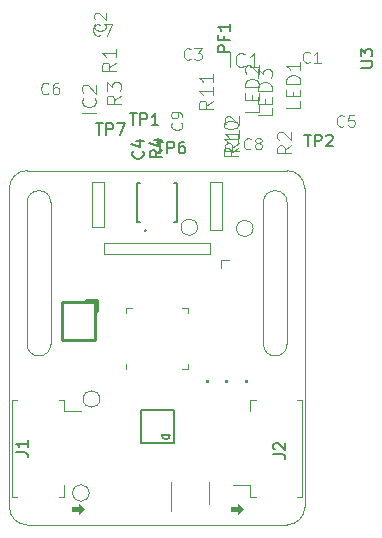
<source format=gbr>
G04 #@! TF.GenerationSoftware,KiCad,Pcbnew,5.1.2*
G04 #@! TF.CreationDate,2019-06-13T14:37:42+02:00*
G04 #@! TF.ProjectId,BodyTempUnit-e7,426f6479-5465-46d7-9055-6e69742d6537,rev?*
G04 #@! TF.SameCoordinates,Original*
G04 #@! TF.FileFunction,Legend,Top*
G04 #@! TF.FilePolarity,Positive*
%FSLAX46Y46*%
G04 Gerber Fmt 4.6, Leading zero omitted, Abs format (unit mm)*
G04 Created by KiCad (PCBNEW 5.1.2) date 2019-06-13 14:37:42*
%MOMM*%
%LPD*%
G04 APERTURE LIST*
%ADD10C,0.100000*%
%ADD11C,0.050000*%
%ADD12C,0.120000*%
%ADD13C,0.250000*%
%ADD14C,0.150000*%
%ADD15C,0.152400*%
%ADD16C,0.203200*%
%ADD17C,0.101600*%
%ADD18C,0.081280*%
G04 APERTURE END LIST*
D10*
G36*
X84750000Y-133650000D02*
G01*
X84350000Y-134050000D01*
X84350000Y-133850000D01*
X83750000Y-133850000D01*
X83750000Y-133450000D01*
X84350000Y-133450000D01*
X84350000Y-133250000D01*
X84750000Y-133650000D01*
G37*
X84750000Y-133650000D02*
X84350000Y-134050000D01*
X84350000Y-133850000D01*
X83750000Y-133850000D01*
X83750000Y-133450000D01*
X84350000Y-133450000D01*
X84350000Y-133250000D01*
X84750000Y-133650000D01*
G36*
X71325000Y-133650000D02*
G01*
X70925000Y-134050000D01*
X70925000Y-133850000D01*
X70325000Y-133850000D01*
X70325000Y-133450000D01*
X70925000Y-133450000D01*
X70925000Y-133250000D01*
X71325000Y-133650000D01*
G37*
X71325000Y-133650000D02*
X70925000Y-134050000D01*
X70925000Y-133850000D01*
X70325000Y-133850000D01*
X70325000Y-133450000D01*
X70925000Y-133450000D01*
X70925000Y-133250000D01*
X71325000Y-133650000D01*
D11*
X88505000Y-135000033D02*
G75*
G03X90005000Y-133510000I0J1500033D01*
G01*
X64998200Y-133501400D02*
G75*
G03X66498200Y-135001400I1500000J0D01*
G01*
X82000000Y-112100000D02*
X82000000Y-111100000D01*
X73000000Y-112100000D02*
X73000000Y-111100000D01*
X72000000Y-109800000D02*
X73000000Y-109800000D01*
X82000000Y-110000000D02*
X83000000Y-110000000D01*
X83000000Y-106000000D02*
X83000000Y-110000000D01*
X82000000Y-106000000D02*
X83000000Y-106000000D01*
X82000000Y-106000000D02*
X82000000Y-110000000D01*
X72000000Y-106000000D02*
X72000000Y-109800000D01*
X73000000Y-106000000D02*
X72000000Y-106000000D01*
X73000000Y-109800000D02*
X73000000Y-106000000D01*
X82000000Y-112100000D02*
X73000000Y-112100000D01*
X66500000Y-105000000D02*
G75*
G03X65000000Y-106500000I0J-1500000D01*
G01*
X90000000Y-106500000D02*
G75*
G03X88500000Y-105000000I-1500000J0D01*
G01*
X90000000Y-106500000D02*
X90005000Y-133510000D01*
X65001100Y-106500000D02*
X64999600Y-133501400D01*
X66500000Y-105000000D02*
X88500000Y-105000000D01*
X88500000Y-107700000D02*
X88500000Y-119700000D01*
X86500000Y-119700000D02*
X86500000Y-107700000D01*
X88500000Y-119700000D02*
G75*
G02X86500000Y-119700000I-1000000J0D01*
G01*
X86500000Y-107700000D02*
G75*
G02X88500000Y-107700000I1000000J0D01*
G01*
X68500000Y-107700000D02*
X68500000Y-119700000D01*
X66500000Y-107700000D02*
G75*
G02X68500000Y-107700000I1000000J0D01*
G01*
X68500000Y-119700000D02*
G75*
G02X66500000Y-119700000I-1000000J0D01*
G01*
X66500000Y-119700000D02*
X66500000Y-107700000D01*
X73000000Y-111100000D02*
X82000000Y-111100000D01*
X88505000Y-135000000D02*
X66498200Y-135000000D01*
D12*
X72650000Y-124350000D02*
G75*
G03X72650000Y-124350000I-700000J0D01*
G01*
D13*
X71476100Y-115983600D02*
X71476100Y-115958600D01*
X72351100Y-115983600D02*
X71476100Y-115983600D01*
X72351100Y-116858600D02*
X72351100Y-115983600D01*
X72376100Y-116858600D02*
X72351100Y-116858600D01*
X69476100Y-116108600D02*
X72226100Y-116108600D01*
X69476100Y-119358600D02*
X69476100Y-116108600D01*
X72226100Y-119358600D02*
X69476100Y-119358600D01*
X72226100Y-116108600D02*
X72226100Y-119358600D01*
X72376100Y-115958600D02*
X71476100Y-115958600D01*
X72376100Y-116858600D02*
X72376100Y-115958600D01*
D12*
X74891100Y-121368600D02*
X74891100Y-121843600D01*
X80111100Y-116623600D02*
X79636100Y-116623600D01*
X80111100Y-117098600D02*
X80111100Y-116623600D01*
X80111100Y-121843600D02*
X79636100Y-121843600D01*
X80111100Y-121368600D02*
X80111100Y-121843600D01*
X74891100Y-116623600D02*
X75366100Y-116623600D01*
X74891100Y-117098600D02*
X74891100Y-116623600D01*
X80925000Y-109800000D02*
G75*
G03X80925000Y-109800000I-700000J0D01*
G01*
X85625000Y-109900000D02*
G75*
G03X85625000Y-109900000I-700000J0D01*
G01*
X71750000Y-132300000D02*
G75*
G03X71750000Y-132300000I-700000J0D01*
G01*
D14*
G36*
X81889500Y-122715000D02*
G01*
X81639500Y-122715000D01*
X81639500Y-122965000D01*
X81889500Y-122965000D01*
X81889500Y-122715000D01*
G37*
D12*
X89810000Y-124390000D02*
X89360000Y-124390000D01*
X89810000Y-132610000D02*
X89810000Y-124390000D01*
X89360000Y-132610000D02*
X89810000Y-132610000D01*
X85390000Y-124390000D02*
X85390000Y-125340000D01*
X85840000Y-124390000D02*
X85390000Y-124390000D01*
X85390000Y-131660000D02*
X83900000Y-131660000D01*
X85390000Y-132610000D02*
X85390000Y-131660000D01*
X85840000Y-132610000D02*
X85390000Y-132610000D01*
X65190000Y-132610000D02*
X65640000Y-132610000D01*
X65190000Y-124390000D02*
X65190000Y-132610000D01*
X65640000Y-124390000D02*
X65190000Y-124390000D01*
X69610000Y-132610000D02*
X69610000Y-131660000D01*
X69160000Y-132610000D02*
X69610000Y-132610000D01*
X69610000Y-125340000D02*
X71100000Y-125340000D01*
X69610000Y-124390000D02*
X69610000Y-125340000D01*
X69160000Y-124390000D02*
X69610000Y-124390000D01*
D15*
X76509400Y-110011400D02*
G75*
G03X76509400Y-110163800I0J-76200D01*
G01*
X76509400Y-110163800D02*
G75*
G03X76509400Y-110011400I0J76200D01*
G01*
X76026800Y-106023600D02*
X75823600Y-106023600D01*
X78973200Y-109376400D02*
X79176400Y-109376400D01*
X75823600Y-109376400D02*
X76026800Y-109376400D01*
X75823600Y-106023600D02*
X75823600Y-109376400D01*
X79176400Y-106023600D02*
X78973200Y-106023600D01*
X79176400Y-109376400D02*
X79176400Y-106023600D01*
D12*
X82930000Y-113230000D02*
X82930000Y-112595000D01*
X82930000Y-112595000D02*
X83565000Y-112595000D01*
D14*
G36*
X83489000Y-122715000D02*
G01*
X83239000Y-122715000D01*
X83239000Y-122965000D01*
X83489000Y-122965000D01*
X83489000Y-122715000D01*
G37*
D12*
X78715000Y-131400000D02*
X78715000Y-133850000D01*
X81935000Y-133200000D02*
X81935000Y-131400000D01*
D16*
X77900000Y-127400000D02*
X78600000Y-127400000D01*
X77900000Y-127400000D02*
G75*
G03X78600000Y-127400000I350000J0D01*
G01*
X78900000Y-128100000D02*
X76100000Y-128100000D01*
X78900000Y-125300000D02*
X78900000Y-128100000D01*
X76100000Y-125300000D02*
X78900000Y-125300000D01*
X76100000Y-128100000D02*
X76100000Y-125300000D01*
D14*
G36*
X85190000Y-122715000D02*
G01*
X84940000Y-122715000D01*
X84940000Y-122965000D01*
X85190000Y-122965000D01*
X85190000Y-122715000D01*
G37*
X72313095Y-101002380D02*
X72884523Y-101002380D01*
X72598809Y-102002380D02*
X72598809Y-101002380D01*
X73217857Y-102002380D02*
X73217857Y-101002380D01*
X73598809Y-101002380D01*
X73694047Y-101050000D01*
X73741666Y-101097619D01*
X73789285Y-101192857D01*
X73789285Y-101335714D01*
X73741666Y-101430952D01*
X73694047Y-101478571D01*
X73598809Y-101526190D01*
X73217857Y-101526190D01*
X74122619Y-101002380D02*
X74789285Y-101002380D01*
X74360714Y-102002380D01*
D17*
X72342547Y-100146698D02*
X71136047Y-100146698D01*
X72227642Y-98882745D02*
X72285095Y-98940198D01*
X72342547Y-99112555D01*
X72342547Y-99227460D01*
X72285095Y-99399817D01*
X72170190Y-99514721D01*
X72055285Y-99572174D01*
X71825476Y-99629626D01*
X71653119Y-99629626D01*
X71423309Y-99572174D01*
X71308404Y-99514721D01*
X71193500Y-99399817D01*
X71136047Y-99227460D01*
X71136047Y-99112555D01*
X71193500Y-98940198D01*
X71250952Y-98882745D01*
X71250952Y-98423126D02*
X71193500Y-98365674D01*
X71136047Y-98250769D01*
X71136047Y-97963507D01*
X71193500Y-97848602D01*
X71250952Y-97791150D01*
X71365857Y-97733698D01*
X71480761Y-97733698D01*
X71653119Y-97791150D01*
X72342547Y-98480579D01*
X72342547Y-97733698D01*
D14*
X77463095Y-102552380D02*
X78034523Y-102552380D01*
X77748809Y-103552380D02*
X77748809Y-102552380D01*
X78367857Y-103552380D02*
X78367857Y-102552380D01*
X78748809Y-102552380D01*
X78844047Y-102600000D01*
X78891666Y-102647619D01*
X78939285Y-102742857D01*
X78939285Y-102885714D01*
X78891666Y-102980952D01*
X78844047Y-103028571D01*
X78748809Y-103076190D01*
X78367857Y-103076190D01*
X79796428Y-102552380D02*
X79605952Y-102552380D01*
X79510714Y-102600000D01*
X79463095Y-102647619D01*
X79367857Y-102790476D01*
X79320238Y-102980952D01*
X79320238Y-103361904D01*
X79367857Y-103457142D01*
X79415476Y-103504761D01*
X79510714Y-103552380D01*
X79701190Y-103552380D01*
X79796428Y-103504761D01*
X79844047Y-103457142D01*
X79891666Y-103361904D01*
X79891666Y-103123809D01*
X79844047Y-103028571D01*
X79796428Y-102980952D01*
X79701190Y-102933333D01*
X79510714Y-102933333D01*
X79415476Y-102980952D01*
X79367857Y-103028571D01*
X79320238Y-103123809D01*
X77877380Y-103266666D02*
X77401190Y-103600000D01*
X77877380Y-103838095D02*
X76877380Y-103838095D01*
X76877380Y-103457142D01*
X76925000Y-103361904D01*
X76972619Y-103314285D01*
X77067857Y-103266666D01*
X77210714Y-103266666D01*
X77305952Y-103314285D01*
X77353571Y-103361904D01*
X77401190Y-103457142D01*
X77401190Y-103838095D01*
X77210714Y-102409523D02*
X77877380Y-102409523D01*
X76829761Y-102647619D02*
X77544047Y-102885714D01*
X77544047Y-102266666D01*
X76282142Y-103366666D02*
X76329761Y-103414285D01*
X76377380Y-103557142D01*
X76377380Y-103652380D01*
X76329761Y-103795238D01*
X76234523Y-103890476D01*
X76139285Y-103938095D01*
X75948809Y-103985714D01*
X75805952Y-103985714D01*
X75615476Y-103938095D01*
X75520238Y-103890476D01*
X75425000Y-103795238D01*
X75377380Y-103652380D01*
X75377380Y-103557142D01*
X75425000Y-103414285D01*
X75472619Y-103366666D01*
X75710714Y-102509523D02*
X76377380Y-102509523D01*
X75329761Y-102747619D02*
X76044047Y-102985714D01*
X76044047Y-102366666D01*
X89963095Y-101952380D02*
X90534523Y-101952380D01*
X90248809Y-102952380D02*
X90248809Y-101952380D01*
X90867857Y-102952380D02*
X90867857Y-101952380D01*
X91248809Y-101952380D01*
X91344047Y-102000000D01*
X91391666Y-102047619D01*
X91439285Y-102142857D01*
X91439285Y-102285714D01*
X91391666Y-102380952D01*
X91344047Y-102428571D01*
X91248809Y-102476190D01*
X90867857Y-102476190D01*
X91820238Y-102047619D02*
X91867857Y-102000000D01*
X91963095Y-101952380D01*
X92201190Y-101952380D01*
X92296428Y-102000000D01*
X92344047Y-102047619D01*
X92391666Y-102142857D01*
X92391666Y-102238095D01*
X92344047Y-102380952D01*
X91772619Y-102952380D01*
X92391666Y-102952380D01*
X75188095Y-100152380D02*
X75759523Y-100152380D01*
X75473809Y-101152380D02*
X75473809Y-100152380D01*
X76092857Y-101152380D02*
X76092857Y-100152380D01*
X76473809Y-100152380D01*
X76569047Y-100200000D01*
X76616666Y-100247619D01*
X76664285Y-100342857D01*
X76664285Y-100485714D01*
X76616666Y-100580952D01*
X76569047Y-100628571D01*
X76473809Y-100676190D01*
X76092857Y-100676190D01*
X77616666Y-101152380D02*
X77045238Y-101152380D01*
X77330952Y-101152380D02*
X77330952Y-100152380D01*
X77235714Y-100295238D01*
X77140476Y-100390476D01*
X77045238Y-100438095D01*
D17*
X86142547Y-99428087D02*
X86142547Y-100002611D01*
X84936047Y-100002611D01*
X85510571Y-99025920D02*
X85510571Y-98623754D01*
X86142547Y-98451397D02*
X86142547Y-99025920D01*
X84936047Y-99025920D01*
X84936047Y-98451397D01*
X86142547Y-97934325D02*
X84936047Y-97934325D01*
X84936047Y-97647063D01*
X84993500Y-97474706D01*
X85108404Y-97359801D01*
X85223309Y-97302349D01*
X85453119Y-97244897D01*
X85625476Y-97244897D01*
X85855285Y-97302349D01*
X85970190Y-97359801D01*
X86085095Y-97474706D01*
X86142547Y-97647063D01*
X86142547Y-97934325D01*
X85050952Y-96785278D02*
X84993500Y-96727825D01*
X84936047Y-96612920D01*
X84936047Y-96325659D01*
X84993500Y-96210754D01*
X85050952Y-96153301D01*
X85165857Y-96095849D01*
X85280761Y-96095849D01*
X85453119Y-96153301D01*
X86142547Y-96842730D01*
X86142547Y-96095849D01*
D14*
X87352380Y-129033333D02*
X88066666Y-129033333D01*
X88209523Y-129080952D01*
X88304761Y-129176190D01*
X88352380Y-129319047D01*
X88352380Y-129414285D01*
X87447619Y-128604761D02*
X87400000Y-128557142D01*
X87352380Y-128461904D01*
X87352380Y-128223809D01*
X87400000Y-128128571D01*
X87447619Y-128080952D01*
X87542857Y-128033333D01*
X87638095Y-128033333D01*
X87780952Y-128080952D01*
X88352380Y-128652380D01*
X88352380Y-128033333D01*
X65552380Y-128833333D02*
X66266666Y-128833333D01*
X66409523Y-128880952D01*
X66504761Y-128976190D01*
X66552380Y-129119047D01*
X66552380Y-129214285D01*
X66552380Y-127833333D02*
X66552380Y-128404761D01*
X66552380Y-128119047D02*
X65552380Y-128119047D01*
X65695238Y-128214285D01*
X65790476Y-128309523D01*
X65838095Y-128404761D01*
D17*
X74042547Y-95857269D02*
X73468023Y-96259436D01*
X74042547Y-96546698D02*
X72836047Y-96546698D01*
X72836047Y-96087079D01*
X72893500Y-95972174D01*
X72950952Y-95914721D01*
X73065857Y-95857269D01*
X73238214Y-95857269D01*
X73353119Y-95914721D01*
X73410571Y-95972174D01*
X73468023Y-96087079D01*
X73468023Y-96546698D01*
X74042547Y-94708221D02*
X74042547Y-95397650D01*
X74042547Y-95052936D02*
X72836047Y-95052936D01*
X73008404Y-95167840D01*
X73123309Y-95282745D01*
X73180761Y-95397650D01*
D14*
X83652380Y-94966666D02*
X82652380Y-94966666D01*
X82652380Y-94585714D01*
X82700000Y-94490476D01*
X82747619Y-94442857D01*
X82842857Y-94395238D01*
X82985714Y-94395238D01*
X83080952Y-94442857D01*
X83128571Y-94490476D01*
X83176190Y-94585714D01*
X83176190Y-94966666D01*
X83128571Y-93633333D02*
X83128571Y-93966666D01*
X83652380Y-93966666D02*
X82652380Y-93966666D01*
X82652380Y-93490476D01*
X83652380Y-92585714D02*
X83652380Y-93157142D01*
X83652380Y-92871428D02*
X82652380Y-92871428D01*
X82795238Y-92966666D01*
X82890476Y-93061904D01*
X82938095Y-93157142D01*
D17*
X87242547Y-99728087D02*
X87242547Y-100302611D01*
X86036047Y-100302611D01*
X86610571Y-99325920D02*
X86610571Y-98923754D01*
X87242547Y-98751397D02*
X87242547Y-99325920D01*
X86036047Y-99325920D01*
X86036047Y-98751397D01*
X87242547Y-98234325D02*
X86036047Y-98234325D01*
X86036047Y-97947063D01*
X86093500Y-97774706D01*
X86208404Y-97659801D01*
X86323309Y-97602349D01*
X86553119Y-97544897D01*
X86725476Y-97544897D01*
X86955285Y-97602349D01*
X87070190Y-97659801D01*
X87185095Y-97774706D01*
X87242547Y-97947063D01*
X87242547Y-98234325D01*
X86036047Y-97142730D02*
X86036047Y-96395849D01*
X86495666Y-96798016D01*
X86495666Y-96625659D01*
X86553119Y-96510754D01*
X86610571Y-96453301D01*
X86725476Y-96395849D01*
X87012738Y-96395849D01*
X87127642Y-96453301D01*
X87185095Y-96510754D01*
X87242547Y-96625659D01*
X87242547Y-96970373D01*
X87185095Y-97085278D01*
X87127642Y-97142730D01*
D18*
X79552314Y-100955917D02*
X79598276Y-101001879D01*
X79644238Y-101139765D01*
X79644238Y-101231689D01*
X79598276Y-101369574D01*
X79506352Y-101461498D01*
X79414428Y-101507460D01*
X79230580Y-101553422D01*
X79092695Y-101553422D01*
X78908847Y-101507460D01*
X78816923Y-101461498D01*
X78725000Y-101369574D01*
X78679038Y-101231689D01*
X78679038Y-101139765D01*
X78725000Y-101001879D01*
X78770961Y-100955917D01*
X79644238Y-100496298D02*
X79644238Y-100312451D01*
X79598276Y-100220527D01*
X79552314Y-100174565D01*
X79414428Y-100082641D01*
X79230580Y-100036679D01*
X78862885Y-100036679D01*
X78770961Y-100082641D01*
X78725000Y-100128603D01*
X78679038Y-100220527D01*
X78679038Y-100404374D01*
X78725000Y-100496298D01*
X78770961Y-100542260D01*
X78862885Y-100588222D01*
X79092695Y-100588222D01*
X79184619Y-100542260D01*
X79230580Y-100496298D01*
X79276542Y-100404374D01*
X79276542Y-100220527D01*
X79230580Y-100128603D01*
X79184619Y-100082641D01*
X79092695Y-100036679D01*
X93321184Y-101185314D02*
X93275222Y-101231276D01*
X93137336Y-101277238D01*
X93045412Y-101277238D01*
X92907527Y-101231276D01*
X92815603Y-101139352D01*
X92769641Y-101047428D01*
X92723679Y-100863580D01*
X92723679Y-100725695D01*
X92769641Y-100541847D01*
X92815603Y-100449923D01*
X92907527Y-100358000D01*
X93045412Y-100312038D01*
X93137336Y-100312038D01*
X93275222Y-100358000D01*
X93321184Y-100403961D01*
X94194460Y-100312038D02*
X93734841Y-100312038D01*
X93688879Y-100771657D01*
X93734841Y-100725695D01*
X93826765Y-100679733D01*
X94056574Y-100679733D01*
X94148498Y-100725695D01*
X94194460Y-100771657D01*
X94240422Y-100863580D01*
X94240422Y-101093390D01*
X94194460Y-101185314D01*
X94148498Y-101231276D01*
X94056574Y-101277238D01*
X93826765Y-101277238D01*
X93734841Y-101231276D01*
X93688879Y-101185314D01*
D14*
X94729380Y-96281904D02*
X95538904Y-96281904D01*
X95634142Y-96234285D01*
X95681761Y-96186666D01*
X95729380Y-96091428D01*
X95729380Y-95900952D01*
X95681761Y-95805714D01*
X95634142Y-95758095D01*
X95538904Y-95710476D01*
X94729380Y-95710476D01*
X94729380Y-95329523D02*
X94729380Y-94710476D01*
X95110333Y-95043809D01*
X95110333Y-94900952D01*
X95157952Y-94805714D01*
X95205571Y-94758095D01*
X95300809Y-94710476D01*
X95538904Y-94710476D01*
X95634142Y-94758095D01*
X95681761Y-94805714D01*
X95729380Y-94900952D01*
X95729380Y-95186666D01*
X95681761Y-95281904D01*
X95634142Y-95329523D01*
D17*
X83641150Y-96242547D02*
X83641150Y-95036047D01*
X84905102Y-96127642D02*
X84847650Y-96185095D01*
X84675293Y-96242547D01*
X84560388Y-96242547D01*
X84388031Y-96185095D01*
X84273126Y-96070190D01*
X84215674Y-95955285D01*
X84158221Y-95725476D01*
X84158221Y-95553119D01*
X84215674Y-95323309D01*
X84273126Y-95208404D01*
X84388031Y-95093500D01*
X84560388Y-95036047D01*
X84675293Y-95036047D01*
X84847650Y-95093500D01*
X84905102Y-95150952D01*
X86054150Y-96242547D02*
X85364721Y-96242547D01*
X85709436Y-96242547D02*
X85709436Y-95036047D01*
X85594531Y-95208404D01*
X85479626Y-95323309D01*
X85364721Y-95380761D01*
D18*
X90431082Y-95798114D02*
X90385120Y-95844076D01*
X90247234Y-95890038D01*
X90155310Y-95890038D01*
X90017425Y-95844076D01*
X89925501Y-95752152D01*
X89879539Y-95660228D01*
X89833577Y-95476380D01*
X89833577Y-95338495D01*
X89879539Y-95154647D01*
X89925501Y-95062723D01*
X90017425Y-94970800D01*
X90155310Y-94924838D01*
X90247234Y-94924838D01*
X90385120Y-94970800D01*
X90431082Y-95016761D01*
X91350320Y-95890038D02*
X90798777Y-95890038D01*
X91074548Y-95890038D02*
X91074548Y-94924838D01*
X90982625Y-95062723D01*
X90890701Y-95154647D01*
X90798777Y-95200609D01*
X73062114Y-92565815D02*
X73108076Y-92611777D01*
X73154038Y-92749663D01*
X73154038Y-92841587D01*
X73108076Y-92979472D01*
X73016152Y-93071396D01*
X72924228Y-93117358D01*
X72740380Y-93163320D01*
X72602495Y-93163320D01*
X72418647Y-93117358D01*
X72326723Y-93071396D01*
X72234800Y-92979472D01*
X72188838Y-92841587D01*
X72188838Y-92749663D01*
X72234800Y-92611777D01*
X72280761Y-92565815D01*
X72280761Y-92198120D02*
X72234800Y-92152158D01*
X72188838Y-92060234D01*
X72188838Y-91830425D01*
X72234800Y-91738501D01*
X72280761Y-91692539D01*
X72372685Y-91646577D01*
X72464609Y-91646577D01*
X72602495Y-91692539D01*
X73154038Y-92244082D01*
X73154038Y-91646577D01*
X80344082Y-95527314D02*
X80298120Y-95573276D01*
X80160234Y-95619238D01*
X80068310Y-95619238D01*
X79930425Y-95573276D01*
X79838501Y-95481352D01*
X79792539Y-95389428D01*
X79746577Y-95205580D01*
X79746577Y-95067695D01*
X79792539Y-94883847D01*
X79838501Y-94791923D01*
X79930425Y-94700000D01*
X80068310Y-94654038D01*
X80160234Y-94654038D01*
X80298120Y-94700000D01*
X80344082Y-94745961D01*
X80665815Y-94654038D02*
X81263320Y-94654038D01*
X80941587Y-95021733D01*
X81079472Y-95021733D01*
X81171396Y-95067695D01*
X81217358Y-95113657D01*
X81263320Y-95205580D01*
X81263320Y-95435390D01*
X81217358Y-95527314D01*
X81171396Y-95573276D01*
X81079472Y-95619238D01*
X80803701Y-95619238D01*
X80711777Y-95573276D01*
X80665815Y-95527314D01*
D17*
X88874047Y-102857269D02*
X88299523Y-103259436D01*
X88874047Y-103546698D02*
X87667547Y-103546698D01*
X87667547Y-103087079D01*
X87725000Y-102972174D01*
X87782452Y-102914721D01*
X87897357Y-102857269D01*
X88069714Y-102857269D01*
X88184619Y-102914721D01*
X88242071Y-102972174D01*
X88299523Y-103087079D01*
X88299523Y-103546698D01*
X87782452Y-102397650D02*
X87725000Y-102340198D01*
X87667547Y-102225293D01*
X87667547Y-101938031D01*
X87725000Y-101823126D01*
X87782452Y-101765674D01*
X87897357Y-101708221D01*
X88012261Y-101708221D01*
X88184619Y-101765674D01*
X88874047Y-102455102D01*
X88874047Y-101708221D01*
X74442547Y-98657269D02*
X73868023Y-99059436D01*
X74442547Y-99346698D02*
X73236047Y-99346698D01*
X73236047Y-98887079D01*
X73293500Y-98772174D01*
X73350952Y-98714721D01*
X73465857Y-98657269D01*
X73638214Y-98657269D01*
X73753119Y-98714721D01*
X73810571Y-98772174D01*
X73868023Y-98887079D01*
X73868023Y-99346698D01*
X73236047Y-98255102D02*
X73236047Y-97508221D01*
X73695666Y-97910388D01*
X73695666Y-97738031D01*
X73753119Y-97623126D01*
X73810571Y-97565674D01*
X73925476Y-97508221D01*
X74212738Y-97508221D01*
X74327642Y-97565674D01*
X74385095Y-97623126D01*
X74442547Y-97738031D01*
X74442547Y-98082745D01*
X74385095Y-98197650D01*
X74327642Y-98255102D01*
D18*
X68283084Y-98453514D02*
X68237122Y-98499476D01*
X68099236Y-98545438D01*
X68007312Y-98545438D01*
X67869427Y-98499476D01*
X67777503Y-98407552D01*
X67731541Y-98315628D01*
X67685579Y-98131780D01*
X67685579Y-97993895D01*
X67731541Y-97810047D01*
X67777503Y-97718123D01*
X67869427Y-97626200D01*
X68007312Y-97580238D01*
X68099236Y-97580238D01*
X68237122Y-97626200D01*
X68283084Y-97672161D01*
X69110398Y-97580238D02*
X68926551Y-97580238D01*
X68834627Y-97626200D01*
X68788665Y-97672161D01*
X68696741Y-97810047D01*
X68650779Y-97993895D01*
X68650779Y-98361590D01*
X68696741Y-98453514D01*
X68742703Y-98499476D01*
X68834627Y-98545438D01*
X69018474Y-98545438D01*
X69110398Y-98499476D01*
X69156360Y-98453514D01*
X69202322Y-98361590D01*
X69202322Y-98131780D01*
X69156360Y-98039857D01*
X69110398Y-97993895D01*
X69018474Y-97947933D01*
X68834627Y-97947933D01*
X68742703Y-97993895D01*
X68696741Y-98039857D01*
X68650779Y-98131780D01*
X72708084Y-93487114D02*
X72662122Y-93533076D01*
X72524236Y-93579038D01*
X72432312Y-93579038D01*
X72294427Y-93533076D01*
X72202503Y-93441152D01*
X72156541Y-93349228D01*
X72110579Y-93165380D01*
X72110579Y-93027495D01*
X72156541Y-92843647D01*
X72202503Y-92751723D01*
X72294427Y-92659800D01*
X72432312Y-92613838D01*
X72524236Y-92613838D01*
X72662122Y-92659800D01*
X72708084Y-92705761D01*
X73029817Y-92613838D02*
X73673284Y-92613838D01*
X73259627Y-93579038D01*
X85434184Y-103127314D02*
X85388222Y-103173276D01*
X85250336Y-103219238D01*
X85158412Y-103219238D01*
X85020527Y-103173276D01*
X84928603Y-103081352D01*
X84882641Y-102989428D01*
X84836679Y-102805580D01*
X84836679Y-102667695D01*
X84882641Y-102483847D01*
X84928603Y-102391923D01*
X85020527Y-102300000D01*
X85158412Y-102254038D01*
X85250336Y-102254038D01*
X85388222Y-102300000D01*
X85434184Y-102345961D01*
X85985727Y-102667695D02*
X85893803Y-102621733D01*
X85847841Y-102575771D01*
X85801879Y-102483847D01*
X85801879Y-102437885D01*
X85847841Y-102345961D01*
X85893803Y-102300000D01*
X85985727Y-102254038D01*
X86169574Y-102254038D01*
X86261498Y-102300000D01*
X86307460Y-102345961D01*
X86353422Y-102437885D01*
X86353422Y-102483847D01*
X86307460Y-102575771D01*
X86261498Y-102621733D01*
X86169574Y-102667695D01*
X85985727Y-102667695D01*
X85893803Y-102713657D01*
X85847841Y-102759619D01*
X85801879Y-102851542D01*
X85801879Y-103035390D01*
X85847841Y-103127314D01*
X85893803Y-103173276D01*
X85985727Y-103219238D01*
X86169574Y-103219238D01*
X86261498Y-103173276D01*
X86307460Y-103127314D01*
X86353422Y-103035390D01*
X86353422Y-102851542D01*
X86307460Y-102759619D01*
X86261498Y-102713657D01*
X86169574Y-102667695D01*
D17*
X82242547Y-99093944D02*
X81668023Y-99496111D01*
X82242547Y-99783373D02*
X81036047Y-99783373D01*
X81036047Y-99323754D01*
X81093500Y-99208849D01*
X81150952Y-99151397D01*
X81265857Y-99093944D01*
X81438214Y-99093944D01*
X81553119Y-99151397D01*
X81610571Y-99208849D01*
X81668023Y-99323754D01*
X81668023Y-99783373D01*
X82242547Y-97944897D02*
X82242547Y-98634325D01*
X82242547Y-98289611D02*
X81036047Y-98289611D01*
X81208404Y-98404516D01*
X81323309Y-98519420D01*
X81380761Y-98634325D01*
X82242547Y-96795849D02*
X82242547Y-97485278D01*
X82242547Y-97140563D02*
X81036047Y-97140563D01*
X81208404Y-97255468D01*
X81323309Y-97370373D01*
X81380761Y-97485278D01*
X89642547Y-99128087D02*
X89642547Y-99702611D01*
X88436047Y-99702611D01*
X89010571Y-98725920D02*
X89010571Y-98323754D01*
X89642547Y-98151397D02*
X89642547Y-98725920D01*
X88436047Y-98725920D01*
X88436047Y-98151397D01*
X89642547Y-97634325D02*
X88436047Y-97634325D01*
X88436047Y-97347063D01*
X88493500Y-97174706D01*
X88608404Y-97059801D01*
X88723309Y-97002349D01*
X88953119Y-96944897D01*
X89125476Y-96944897D01*
X89355285Y-97002349D01*
X89470190Y-97059801D01*
X89585095Y-97174706D01*
X89642547Y-97347063D01*
X89642547Y-97634325D01*
X89642547Y-95795849D02*
X89642547Y-96485278D01*
X89642547Y-96140563D02*
X88436047Y-96140563D01*
X88608404Y-96255468D01*
X88723309Y-96370373D01*
X88780761Y-96485278D01*
X84342547Y-103093944D02*
X83768023Y-103496111D01*
X84342547Y-103783373D02*
X83136047Y-103783373D01*
X83136047Y-103323754D01*
X83193500Y-103208849D01*
X83250952Y-103151397D01*
X83365857Y-103093944D01*
X83538214Y-103093944D01*
X83653119Y-103151397D01*
X83710571Y-103208849D01*
X83768023Y-103323754D01*
X83768023Y-103783373D01*
X84342547Y-101944897D02*
X84342547Y-102634325D01*
X84342547Y-102289611D02*
X83136047Y-102289611D01*
X83308404Y-102404516D01*
X83423309Y-102519420D01*
X83480761Y-102634325D01*
X83136047Y-101198016D02*
X83136047Y-101083111D01*
X83193500Y-100968206D01*
X83250952Y-100910754D01*
X83365857Y-100853301D01*
X83595666Y-100795849D01*
X83882928Y-100795849D01*
X84112738Y-100853301D01*
X84227642Y-100910754D01*
X84285095Y-100968206D01*
X84342547Y-101083111D01*
X84342547Y-101198016D01*
X84285095Y-101312920D01*
X84227642Y-101370373D01*
X84112738Y-101427825D01*
X83882928Y-101485278D01*
X83595666Y-101485278D01*
X83365857Y-101427825D01*
X83250952Y-101370373D01*
X83193500Y-101312920D01*
X83136047Y-101198016D01*
X84442547Y-102693944D02*
X83868023Y-103096111D01*
X84442547Y-103383373D02*
X83236047Y-103383373D01*
X83236047Y-102923754D01*
X83293500Y-102808849D01*
X83350952Y-102751397D01*
X83465857Y-102693944D01*
X83638214Y-102693944D01*
X83753119Y-102751397D01*
X83810571Y-102808849D01*
X83868023Y-102923754D01*
X83868023Y-103383373D01*
X84442547Y-101544897D02*
X84442547Y-102234325D01*
X84442547Y-101889611D02*
X83236047Y-101889611D01*
X83408404Y-102004516D01*
X83523309Y-102119420D01*
X83580761Y-102234325D01*
X83350952Y-101085278D02*
X83293500Y-101027825D01*
X83236047Y-100912920D01*
X83236047Y-100625659D01*
X83293500Y-100510754D01*
X83350952Y-100453301D01*
X83465857Y-100395849D01*
X83580761Y-100395849D01*
X83753119Y-100453301D01*
X84442547Y-101142730D01*
X84442547Y-100395849D01*
M02*

</source>
